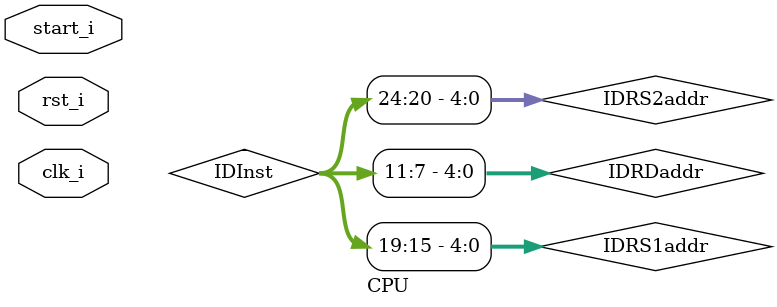
<source format=v>
module CPU
(
    clk_i,
    rst_i,
    start_i
);
input clk_i,rst_i,start_i;
wire [31:0] PCValueNew,PCValueOld,PCAM,IFInst,IDInst,IDPC,IDRS1data,IDRS2data,IDImm,EXImm,EXRS1data,EXRS2data,MEMALUResult,EXALUResult,ALUParameter1,ALUParameter2,WBWriteData,ALUParameter3,DMWriteData,MEMReadData,WBWriteData0,WBWriteData1,BranchPC,EXPC,EXBranchPC,PCRight,PCValueNewNew;

wire [9:0] EXFucnt;
wire Stall,Zero,IDRegWrite,EXRegWrite,MEMRegWrite,WBRegWrite,IDMemtoReg,EXMemtoReg,MEMMemtoReg,WBMemtoReg,IDMemRead,EXMemRead,MEMMemRead,IDMemWrite,EXMemWrite,MEMMemWrite,IDALUSrc,EXALUSrc,Branch,PCWrite,NoOp,PredFlush,result,prediction,EXBranch,PCMUXCtrl,Flush;
wire [1:0] IDALUOp,EXALUOp,ForwardA,ForwardB;
wire [4:0] IDRS1addr,EXRS1addr,EXRS2addr,IDRS2addr,IDRDaddr,WBRDaddr,EXRDaddr,MEMRDaddr;
wire [2:0] EXALUCtrl;
assign IDRS1addr=IDInst[19:15],IDRS2addr=IDInst[24:20],IDRDaddr=IDInst[11:7];

PC PC(
    .clk_i      (clk_i),
    .rst_i      (rst_i),
    .pc_i       (PCValueNewNew),
    .pc_o       (PCValueOld),
    .PCWrite_i  (PCWrite)
);
MUX1 PCMUX(
    .ctrl_i     (PCMUXCtrl),
    .data0_i    (PCAM),
    .data1_i    (BranchPC),
    .data_o     (PCValueNew)
);

Adder Add_PC(
    .data1_in   (32'h0004),
    .data2_in   (PCValueOld),
    .data_o     (PCAM)
);
Instruction_Memory Instruction_Memory(
    .addr_i     (PCValueOld),
    .instr_o    (IFInst)
);
IF_ID IF_ID(
    .inst_i     (IFInst),
    .PC_i       (PCValueOld),
    .clk_i      (clk_i),
    .stall_i    (Stall),
    .flush_i    (Flush),
    .inst_o     (IDInst),
    .PC_o       (IDPC),
    .rst_i      (rst_i)
);
assign Flush=PredFlush||PCMUXCtrl;
Registers Registers(
    .clk_i      (clk_i),
    .RS1addr_i  (IDRS1addr),
    .RS2addr_i  (IDRS2addr),
    .RDaddr_i   (WBRDaddr),
    .RDdata_i   (WBWriteData),
    .RegWrite_i (WBRegWrite),
    .RS1data_o  (IDRS1data),
    .RS2data_o  (IDRS2data)
);

Control Control(
    .Op_i        (IDInst[6:0]),
    .ALUOp_o     (IDALUOp),
    .ALUSrc_o    (IDALUSrc),
    .RegWrite_o  (IDRegWrite),
    .MemtoReg_o  (IDMemtoReg),
    .MemRead_o   (IDMemRead),
    .MemWrite_o  (IDMemWrite),
    .Branch_o    (Branch),
    .NoOp_i      (NoOp)
);

IDEX ID_EX(
    .RS1data_i   (IDRS1data),
    .RS2data_i   (IDRS2data),
    .Imm_i       (IDImm),
    .Funct_i     ({IDInst[31:25],IDInst[14:12]}),
    .RegWrite_i  (IDRegWrite),
    .MemtoReg_i  (IDMemtoReg),
    .MemRead_i   (IDMemRead),
    .MemWrite_i  (IDMemWrite),
    .ALUOp_i     (IDALUOp),
    .ALUSrc_i    (IDALUSrc),
    .PRS1_i      (IDRS1addr),
    .PRS2_i      (IDRS2addr),
    .PRD_i       (IDRDaddr),
    .clk_i       (clk_i),
    .RS1data_o   (EXRS1data),
    .RS2data_o   (EXRS2data),
    .Imm_o       (EXImm),
    .Funct_o     (EXFucnt),
    .RegWrite_o  (EXRegWrite),
    .MemtoReg_o  (EXMemtoReg),
    .MemRead_o   (EXMemRead),
    .MemWrite_o  (EXMemWrite),
    .ALUOp_o     (EXALUOp),
    .ALUSrc_o    (EXALUSrc),
    .PRS1_o      (EXRS1addr),
    .PRS2_o      (EXRS2addr),
    .PRD_o       (EXRDaddr),
    .pc_i        (IDPC),
    .pc_o        (EXPC),
    .Branch_i    (Branch),
    .Branch_o    (EXBranch),
    .BranchPC_i  (BranchPC),
    .BranchPC_o  (EXBranchPC),

    .flush_i     (PredFlush)


);

MUX2 MUX2A(
    .Forward_i   (ForwardA),
    .RSdata_i    (EXRS1data),
    .ALUResult_i (MEMALUResult),
    .WriteData_i (WBWriteData),
    .ALUParameter_o (ALUParameter1)
);

MUX2 MUX2B(
    .Forward_i   (ForwardB),
    .RSdata_i    (EXRS2data),
    .ALUResult_i (MEMALUResult),
    .WriteData_i (WBWriteData),
    .ALUParameter_o (ALUParameter2)
);

MUX1 EXMUX(
    .ctrl_i      (EXALUSrc),
    .data0_i     (ALUParameter2),
    .data1_i     (EXImm),
    .data_o      (ALUParameter3)
);

ALU_Control ALU_Control(
    .Funct_i     (EXFucnt),
    .ALUOp_i     (EXALUOp),
    .ALUCtrl_o   (EXALUCtrl)
);

ALU ALU(
    .data1_i     (ALUParameter1),
    .data2_i     (ALUParameter3),
    .ALUCtrl_i   (EXALUCtrl),
    .data_o      (EXALUResult),
    .Zero_o      (Zero)
);

EXMEM EXMEM(
    .RegWrite_i  (EXRegWrite),
    .RegWrite_o  (MEMRegWrite),
    .MemtoReg_i  (EXMemtoReg),
    .MemtoReg_o  (MEMMemtoReg),
    .MemRead_i   (EXMemRead),
    .MemRead_o   (MEMMemRead),
    .MemWrite_i  (EXMemWrite),
    .MemWrite_o   (MEMMemWrite),
    .ALUResult_i (EXALUResult),
    .ALUResult_o (MEMALUResult),
    .WriteData_i (ALUParameter2),
    .WriteData_o (DMWriteData),
    .WriteReg_i  (EXRDaddr),
    .WriteReg_o  (MEMRDaddr),
    .clk_i       (clk_i)
);

Data_Memory Data_Memory(
    .clk_i      (clk_i), 
    .addr_i     (MEMALUResult),
    .MemRead_i  (MEMMemRead),
    .MemWrite_i (MEMMemWrite),
    .data_i     (DMWriteData),
    .data_o     (MEMReadData)
);
MEMWB MEMWB(
    .RegWrite_i (MEMRegWrite),
    .RegWrite_o (WBRegWrite),
    .MemtoReg_i (MEMMemtoReg),
    .MemtoReg_o (WBMemtoReg),
    .ALUResult_i (MEMALUResult),
    .ALUResult_o (WBWriteData0),
    .ReadData_i (MEMReadData),
    .ReadData_o (WBWriteData1),
    .PRD_i      (MEMRDaddr),
    .PRD_o      (WBRDaddr),
    .clk_i      (clk_i)
);

MUX1 WBMUX(
    .ctrl_i     (WBMemtoReg),
    .data0_i    (WBWriteData0),
    .data1_i    (WBWriteData1),
    .data_o     (WBWriteData)
);

ForwardingUnit ForwardingUnit(
    .PRS1_i     (EXRS1addr),
    .PRS2_i     (EXRS2addr),
    .MEMRegWrite_i (MEMRegWrite),
    .MEMRd_i    (MEMRDaddr),
    .WBRegWrite_i (WBRegWrite),
    .WBRd_i     (WBRDaddr),
    .ForwardA_o (ForwardA),
    .ForwardB_o (ForwardB)
);


Adder Adder(
    .data1_in   ({IDImm[30:0],1'b0}),
    .data2_in   (IDPC),
    .data_o     (BranchPC)
);

Sign_Extend ImmGen(
    .data_i     (IDInst),
    .data_o     (IDImm)
);

Hazard_Detection Hazard_Detection(
    .MemRead_i   (EXMemRead),
    .PRD_i       (EXRDaddr),
    .RS1addr_i   (IDRS1addr),
    .RS2addr_i   (IDRS2addr),
    .Stall_o     (Stall),
    .PCWrite_o   (PCWrite),
    .NoOp_o      (NoOp)
);

MUX1 PREDMUX(
    .ctrl_i     (PredFlush),
    .data0_i    (PCValueNew),
    .data1_i    (PCRight),
    .data_o     (PCValueNewNew)
);
branch_predictor branch_predictor(
    .clk_i      (clk_i),
    .rst_i      (rst_i),
    .update_i   (EXBranch),
    .result_i   (result),
    .pc_i       (EXPC),
    .branchtarget_i (EXBranchPC),
    .flush_o    (PredFlush),
    .pc_o       (PCRight),
    .predict_o  (prediction)
);

AND AND1(
    .data0_i    (EXBranch),
    .data1_i    (Zero),
    .data_o     (result)
);
AND AND2(
    .data0_i    (Branch),
    .data1_i    (prediction),
    .data_o     (PCMUXCtrl)
);

endmodule

</source>
